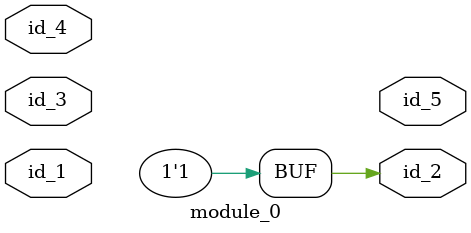
<source format=v>
module module_0 (
    id_1,
    id_2,
    id_3,
    id_4,
    id_5
);
  output id_5;
  input id_4;
  inout id_3;
  output id_2;
  input id_1;
  always @(1'h0) begin
    id_2 <= 1 == 1;
  end
endmodule

</source>
